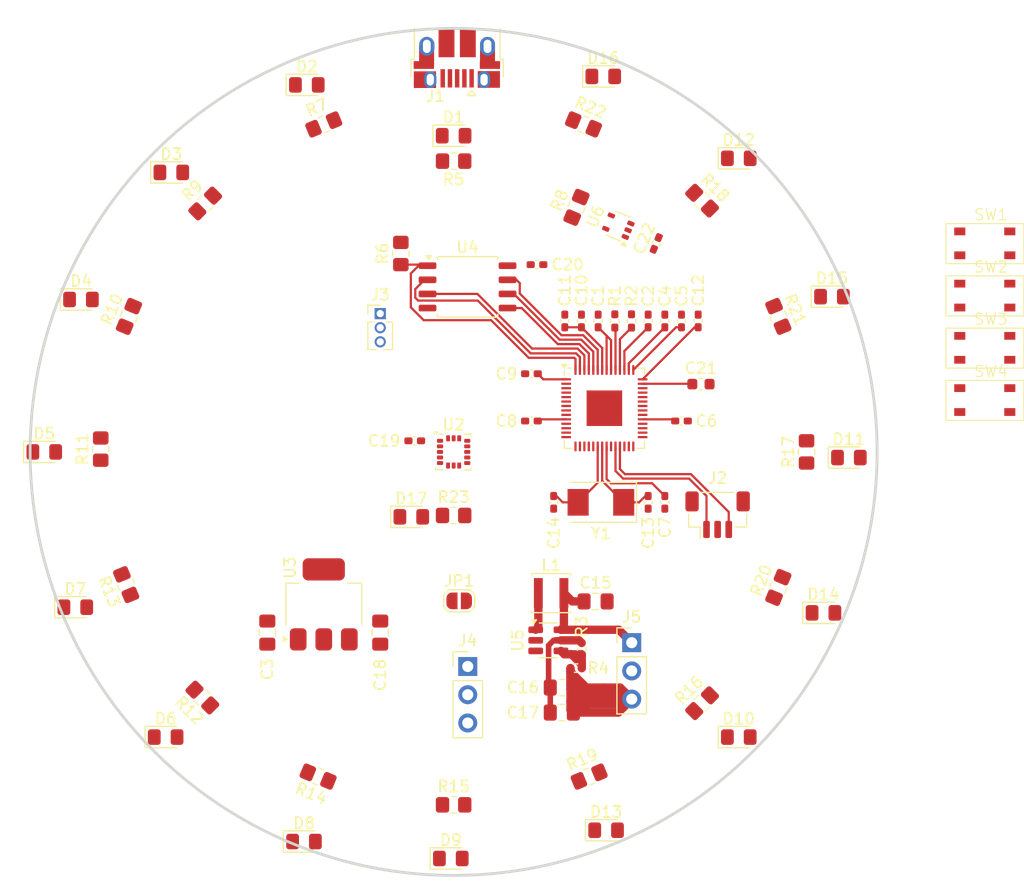
<source format=kicad_pcb>
(kicad_pcb (version 20240108) (generator "pcbnew") (generator_version "8.0")
  (layers (0 "F.Cu" signal) (1 "In1.Cu" signal) (2 "In2.Cu" signal) (31 "B.Cu" signal) (34 "B.Paste" user) (35 "F.Paste" user) (36 "B.SilkS" user "B.Silkscreen") (37 "F.SilkS" user "F.Silkscreen") (38 "B.Mask" user) (39 "F.Mask" user) (44 "Edge.Cuts" user))
  (net 0 "")
  (net 1 "+3V3")
  (net 2 "GND")
  (net 3 "+1V1")
  (net 4 "XTAL XOUT")
  (net 5 "XTAL XIN")
  (net 6 "+BATT")
  (net 7 "+5C")
  (net 8 "+5ish")
  (net 9 "TMP235 Out")
  (net 10 "Net-(U6-Vdd)")
  (net 11 "Net-(D1-A)")
  (net 12 "Net-(D2-A)")
  (net 13 "Net-(D3-A)")
  (net 14 "Net-(D4-A)")
  (net 15 "Net-(D5-A)")
  (net 16 "Net-(D6-A)")
  (net 17 "Net-(D7-A)")
  (net 18 "Net-(D8-A)")
  (net 19 "Net-(D9-A)")
  (net 20 "Net-(D10-A)")
  (net 21 "Net-(D11-A)")
  (net 22 "Net-(D12-A)")
  (net 23 "Net-(D13-A)")
  (net 24 "Net-(D14-A)")
  (net 25 "Net-(D15-A)")
  (net 26 "Net-(D16-A)")
  (net 27 "Net-(D17-A)")
  (net 29 "Net-(J1-D+)")
  (net 30 "Net-(J1-D-)")
  (net 31 "+5V")
  (net 32 "SWCLK")
  (net 33 "SWD")
  (net 34 "Net-(J3-Pin_1)")
  (net 35 "Net-(J3-Pin_3)")
  (net 37 "Net-(JP1-B)")
  (net 38 "Net-(U5-SW)")
  (net 39 "Net-(U1-USB_DP)")
  (net 40 "Net-(U1-USB_DM)")
  (net 41 "Net-(U5-V_{FB})")
  (net 42 "LED N")
  (net 43 "QSPI SS")
  (net 44 "LED NNW")
  (net 45 "LED NW")
  (net 46 "LED WNW")
  (net 47 "LED W")
  (net 48 "LED SW")
  (net 49 "LED WSW")
  (net 50 "LED SSW")
  (net 51 "LED S")
  (net 52 "LED SE")
  (net 53 "LED E")
  (net 54 "LED NE")
  (net 55 "LED SSE")
  (net 56 "LED ESE")
  (net 57 "LED ENE")
  (net 58 "LED NNE")
  (net 59 "LED MID")
  (net 60 "Net-(SW1-A)")
  (net 61 "BUTTON 1")
  (net 62 "BUTTON 2")
  (net 64 "I2C SDA")
  (net 66 "QSPI SD1")
  (net 67 "LIS3DH INT1")
  (net 69 "I2C SCL")
  (net 71 "QSPI SD3")
  (net 72 "LIS3DH INT2")
  (net 73 "QSPI SD0")
  (net 74 "QSPI SD2")
  (net 75 "QSPI SCLK")
  (footprint "Capacitor_SMD:C_0402_1005Metric_Pad0.74x0.62mm_HandSolder" (layer "F.Cu") (at 144.5 106.135 -90)
    (property "Reference" "C13")
    (property "Value" "27p")
  )
  (footprint "LED_SMD:LED_0805_2012Metric_Pad1.15x1.40mm_HandSolder" (layer "F.Cu") (at 101.6 76.454)
    (property "Reference" "D3")
    (property "Value" "Green LED")
  )
  (footprint "Capacitor_SMD:C_0402_1005Metric_Pad0.74x0.62mm_HandSolder" (layer "F.Cu") (at 144.5 89.8175 90)
    (property "Reference" "C2")
    (property "Value" "1u")
  )
  (footprint "Capacitor_SMD:C_0402_1005Metric_Pad0.74x0.62mm_HandSolder" (layer "F.Cu") (at 138.5 89.8175 90)
    (property "Reference" "C10")
    (property "Value" "100n")
  )
  (footprint "LED_SMD:LED_0805_2012Metric_Pad1.15x1.40mm_HandSolder" (layer "F.Cu") (at 101.092 127.254)
    (property "Reference" "D6")
    (property "Value" "Green LED")
  )
  (footprint "Resistor_SMD:R_0805_2012Metric_Pad1.20x1.40mm_HandSolder" (layer "F.Cu") (at 95.25 101.346 90)
    (property "Reference" "R11")
    (property "Value" "100")
  )
  (footprint "Package_SO:SOIC-8_5.23x5.23mm_P1.27mm" (layer "F.Cu") (at 128.25 86.75)
    (property "Reference" "U4")
    (property "Value" "W25Q128JVS")
  )
  (footprint "ChristmasOrnamentFootprints:PTS815 Series" (layer "F.Cu") (at 172.535 81.76)
    (property "Reference" "SW1")
    (property "Value" "PTS815" (hide yes))
  )
  (footprint "Resistor_SMD:R_0402_1005Metric" (layer "F.Cu") (at 138.52 119.3 -90)
    (property "Reference" "R3")
    (property "Value" "120k")
  )
  (footprint "Connector_JST:JST_SH_BM03B-SRSS-TB_1x03-1MP_P1.00mm_Vertical" (layer "F.Cu") (at 150.75 107.25)
    (property "Reference" "J2")
    (property "Value" "Conn_01x03")
  )
  (footprint "Resistor_SMD:R_0805_2012Metric_Pad1.20x1.40mm_HandSolder" (layer "F.Cu") (at 97.536 113.538 112.5)
    (property "Reference" "R13")
    (property "Value" "100")
  )
  (footprint "Capacitor_SMD:C_0402_1005Metric_Pad0.74x0.62mm_HandSolder" (layer "F.Cu") (at 123.5 100.6 180)
    (property "Reference" "C19")
    (property "Value" "1u")
  )
  (footprint "Resistor_SMD:R_0402_1005Metric" (layer "F.Cu") (at 138.02 121.05 180)
    (property "Reference" "R4")
    (property "Value" "12k")
  )
  (footprint "Capacitor_SMD:C_0402_1005Metric_Pad0.74x0.62mm_HandSolder" (layer "F.Cu") (at 134 94.5675 180)
    (property "Reference" "C9")
    (property "Value" "100n")
  )
  (footprint "Capacitor_SMD:C_0402_1005Metric_Pad0.74x0.62mm_HandSolder" (layer "F.Cu") (at 147.5 98.8175)
    (property "Reference" "C6")
    (property "Value" "100n")
  )
  (footprint "LED_SMD:LED_0805_2012Metric_Pad1.15x1.40mm_HandSolder" (layer "F.Cu") (at 113.538 136.652)
    (property "Reference" "D8")
    (property "Value" "Red LED")
  )
  (footprint "Package_TO_SOT_SMD:SOT-353_SC-70-5" (layer "F.Cu") (at 141.817705 81.291935 157.5)
    (property "Reference" "U6")
    (property "Value" "TMP235")
  )
  (footprint "ChristmasOrnamentFootprints:PTS815 Series" (layer "F.Cu") (at 172.535 95.86)
    (property "Reference" "SW4")
    (property "Value" "PTS815" (hide yes))
  )
  (footprint "Package_TO_SOT_SMD:SOT-23-6" (layer "F.Cu") (at 135.52 118.55)
    (property "Reference" "U5")
    (property "Value" "TLV61070ADBV")
  )
  (footprint "LED_SMD:LED_0805_2012Metric_Pad1.15x1.40mm_HandSolder" (layer "F.Cu") (at 92.964 115.57)
    (property "Reference" "D7")
    (property "Value" "Red LED")
  )
  (footprint "Capacitor_SMD:C_0805_2012Metric_Pad1.18x1.45mm_HandSolder" (layer "F.Cu") (at 120.396 117.856 90)
    (property "Reference" "C18")
    (property "Value" "10u")
  )
  (footprint "LED_SMD:LED_0805_2012Metric_Pad1.15x1.40mm_HandSolder" (layer "F.Cu") (at 140.462 67.818)
    (property "Reference" "D16")
    (property "Value" "Red LED")
  )
  (footprint "LED_SMD:LED_0805_2012Metric_Pad1.15x1.40mm_HandSolder" (layer "F.Cu") (at 152.654 127.254)
    (property "Reference" "D10")
    (property "Value" "Green LED")
  )
  (footprint "Inductor_SMD:L_Sunlord_SWPA3015S" (layer "F.Cu") (at 135.77 114.3 180)
    (property "Reference" "L1")
    (property "Value" "L_Small")
  )
  (footprint "Capacitor_SMD:C_0402_1005Metric_Pad0.74x0.62mm_HandSolder" (layer "F.Cu") (at 149 89.8175 90)
    (property "Reference" "C12")
    (property "Value" "1u")
  )
  (footprint "Capacitor_SMD:C_0805_2012Metric_Pad1.18x1.45mm_HandSolder" (layer "F.Cu") (at 136.7325 125.05)
    (property "Reference" "C17")
    (property "Value" "22u")
  )
  (footprint "LED_SMD:LED_0805_2012Metric_Pad1.15x1.40mm_HandSolder" (layer "F.Cu") (at 123.19 107.442)
    (property "Reference" "D17")
    (property "Value" "Red LED")
  )
  (footprint "Resistor_SMD:R_0805_2012Metric_Pad1.20x1.40mm_HandSolder" (layer "F.Cu") (at 149.352 78.994 -45)
    (property "Reference" "R18")
    (property "Value" "100")
  )
  (footprint "Resistor_SMD:R_0805_2012Metric_Pad1.20x1.40mm_HandSolder" (layer "F.Cu") (at 156.21 113.792 67.5)
    (property "Reference" "R20")
    (property "Value" "100")
  )
  (footprint "Resistor_SMD:R_0805_2012Metric_Pad1.20x1.40mm_HandSolder" (layer "F.Cu") (at 138.050684 79.59412 67.5)
    (property "Reference" "R8")
    (property "Value" "100")
  )
  (footprint "Resistor_SMD:R_0402_1005Metric_Pad0.72x0.64mm_HandSolder" (layer "F.Cu") (at 143 89.8175 -90)
    (property "Reference" "R2")
    (property "Value" "27.4")
  )
  (footprint "Package_DFN_QFN:QFN-56-1EP_7x7mm_P0.4mm_EP3.2x3.2mm" (layer "F.Cu") (at 140.5625 97.6675)
    (property "Reference" "U1" (hide yes))
    (property "Value" "RP2040")
  )
  (footprint "LED_SMD:LED_0805_2012Metric_Pad1.15x1.40mm_HandSolder" (layer "F.Cu") (at 140.716 135.636)
    (property "Reference" "D13")
    (property "Value" "Red LED")
  )
  (footprint "Resistor_SMD:R_0805_2012Metric_Pad1.20x1.40mm_HandSolder" (layer "F.Cu") (at 127 107.315)
    (property "Reference" "R23")
    (property "Value" "100")
  )
  (footprint "LED_SMD:LED_0805_2012Metric_Pad1.15x1.40mm_HandSolder" (layer "F.Cu") (at 113.792 68.58)
    (property "Reference" "D2")
    (property "Value" "Red LED")
  )
  (footprint "Resistor_SMD:R_0402_1005Metric_Pad0.72x0.64mm_HandSolder" (layer "F.Cu") (at 141.5 89.8175 -90)
    (property "Reference" "R1")
    (property "Value" "27.4")
  )
  (footprint "LED_SMD:LED_0805_2012Metric_Pad1.15x1.40mm_HandSolder" (layer "F.Cu") (at 152.654 75.184)
    (property "Reference" "D12")
    (property "Value" "Green LED")
  )
  (footprint "Package_LGA:LGA-16_3x3mm_P0.5mm_LayoutBorder3x5y" (layer "F.Cu") (at 127 101.6)
    (property "Reference" "U2")
    (property "Value" "LIS3DH")
  )
  (footprint "LED_SMD:LED_0805_2012Metric_Pad1.15x1.40mm_HandSolder" (layer "F.Cu") (at 90.17 101.6)
    (property "Reference" "D5")
    (property "Value" "Green LED")
  )
  (footprint "LED_SMD:LED_0805_2012Metric_Pad1.15x1.40mm_HandSolder" (layer "F.Cu") (at 127 73.152)
    (property "Reference" "D1")
    (property "Value" "Green LED")
  )
  (footprint "Capacitor_SMD:C_0402_1005Metric_Pad0.74x0.62mm_HandSolder" (layer "F.Cu") (at 134.5 84.75)
    (property "Reference" "C20")
    (property "Value" "1u")
  )
  (footprint "Jumper:SolderJumper-2_P1.3mm_Open_RoundedPad1.0x1.5mm" (layer "F.Cu") (at 127.5 115)
    (property "Reference" "JP1")
    (property "Value" "Jumper_2_Open")
  )
  (footprint "Capacitor_SMD:C_0402_1005Metric_Pad0.74x0.62mm_HandSolder" (layer "F.Cu") (at 136 106.135 -90)
    (property "Reference" "C14")
    (property "Value" "27p")
  )
  (footprint "Crystal:Crystal_SMD_Abracon_ABM3-2Pin_5.0x3.2mm" (layer "F.Cu") (at 140.25 106.135 180)
    (property "Reference" "Y1")
    (property "Value" "Crystal")
  )
  (footprint "Capacitor_SMD:C_0402_1005Metric_Pad0.74x0.62mm_HandSolder" (layer "F.Cu") (at 134 98.8175 180)
    (property "Reference" "C8")
    (property "Value" "100n")
  )
  (footprint "Resistor_SMD:R_0805_2012Metric_Pad1.20x1.40mm_HandSolder" (layer "F.Cu") (at 127 75.438 180)
    (property "Reference" "R5")
    (property "Value" "100")
  )
  (footprint "Resistor_SMD:R_0805_2012Metric_Pad1.20x1.40mm_HandSolder" (layer "F.Cu") (at 122.25 83.75 90)
    (property "Reference" "R6")
    (property "Value" "10k")
  )
  (footprint "Connector_PinHeader_2.54mm:PinHeader_1x03_P2.54mm_Vertical" (layer "F.Cu") (at 128.27 120.904)
    (property "Reference" "J4")
    (property "Value" "Conn_01x03")
  )
  (footprint "LED_SMD:LED_0805_2012Metric_Pad1.15x1.40mm_HandSolder" (layer "F.Cu") (at 162.56 102.108)
    (property "Reference" "D11")
    (property "Value" "Green LED")
  )
  (footprint "Connector_PinHeader_2.54mm:PinHeader_1x03_P2.54mm_Vertical" (layer "F.Cu") (at 143.02 118.76)
    (property "Reference" "J5")
    (property "Value" "Conn_01x03")
  )
  (footprint "Capacitor_SMD:C_0805_2012Metric_Pad1.18x1.45mm_HandSolder" (layer "F.Cu") (at 136.7325 122.8)
    (property "Reference" "C16")
    (property "Value" "22u")
  )
  (footprint "Resistor_SMD:R_0805_2012Metric_Pad1.20x1.40mm_HandSolder" (layer "F.Cu") (at 97.79 89.408 67.5)
    (property "Reference" "R10")
    (property "Value" "100")
  )
  (footprint "Resistor_SMD:R_0805_2012Metric_Pad1.20x1.40mm_HandSolder" (layer "F.Cu") (at 127 133.35)
    (property "Reference" "R15")
    (property "Value" "100")
  )
  (footprint "Capacitor_SMD:C_0805_2012Metric_Pad1.18x1.45mm_HandSolder" (layer "F.Cu") (at 110.236 117.856 90)
    (property "Reference" "C3")
    (property "Value" "10u")
  )
  (footprint "Resistor_SMD:R_0805_2012Metric_Pad1.20x1.40mm_HandSolder" (layer "F.Cu") (at 138.684 72.136 -22.5)
    (property "Reference" "R22")
    (property "Value" "100")
  )
  (footprint "Resistor_SMD:R_0805_2012Metric_Pad1.20x1.40mm_HandSolder" (layer "F.Cu") (at 149.352 124.206 45)
    (property "Reference" "R16")
    (property "Value" "100")
  )
  (footprint "Package_TO_SOT_SMD:SOT-223-3_TabPin2" (layer "F.Cu") (at 115.316 115.316 90)
    (property "Reference" "U3")
    (property "Value" "AMS1117-3.3")
  )
  (footprint "LED_SMD:LED_0805_2012Metric_Pad1.15x1.40mm_HandSolder" (layer "F.Cu") (at 93.472 87.884)
    (property "Reference" "D4")
    (property "Value" "Red LED")
  )
  (footprint "Resistor_SMD:R_0805_2012Metric_Pad1.20x1.40mm_HandSolder" (layer "F.Cu") (at 104.648 79.248 45)
    (property "Reference" "R9")
    (property "Value" "100")
  )
  (footprint "Resistor_SMD:R_0805_2012Metric_Pad1.20x1.40mm_HandSolder" (layer "F.Cu") (at 115.316 72.136 22.5)
    (property "Reference" "R7")
    (property "Value" "100")
  )
  (footprint "Capacitor_SMD:C_0402_1005Metric_Pad0.74x0.62mm_HandSolder" (layer "F.Cu") (at 146 89.8175 90)
    (property "Reference" "C4")
    (property "Value" "100n")
  )
  (footprint "LED_SMD:LED_0805_2012Metric_Pad1.15x1.40mm_HandSolder" (layer "F.Cu") (at 161.036 87.63)
    (property "Reference" "D15")
    (property "Value" "Red LED")
  )
  (footprint "Capacitor_SMD:C_0402_1005Metric_Pad0.74x0.62mm_HandSolder" (layer "F.Cu") (at 140 89.8175 90)
    (property "Reference" "C1")
    (property "Value" "100n")
  )
  (footprint "Capacitor_SMD:C_0805_2012Metric_Pad1.18x1.45mm_HandSolder" (layer "F.Cu") (at 139.77 115.05)
    (property "Reference" "C15")
    (property "Value" "22u")
  )
  (footprint "Resistor_SMD:R_0805_2012Metric_Pad1.20x1.40mm_HandSolder" (layer "F.Cu") (at 104.394 123.698 135)
    (property "Reference" "R12")
    (property "Value" "100")
  )
  (footprint "LED_SMD:LED_0805_2012Metric_Pad1.15x1.40mm_HandSolder" (layer "F.Cu") (at 126.746 138.176)
    (property "Reference" "D9")
    (property "Value" "Green LED")
  )
  (footprint "Capacitor_SMD:C_0603_1608Metric" (layer "F.Cu") (at 149.25 95.5)
    (property "Reference" "C21")
    (property "Value" "680p")
  )
  (footprint "Resistor_SMD:R_0805_2012Metric_Pad1.20x1.40mm_HandSolder" (layer "F.Cu") (at 158.75 101.6 90)
    (property "Reference" "R17")
    (property "Value" "100")
  )
  (footprint "Connector_PinHeader_1.27mm:PinHeader_1x03_P1.27mm_Vertical" (layer "F.Cu") (at 120.396 89.154)
    (property "Reference" "J3")
    (property "Value" "Conn_01x03")
  )
  (footprint "Connector_USB:USB_Micro-B_Amphenol_10103594-0001LF_Horizontal" (layer "F.Cu") (at 127.293001 66.225 180)
    (property "Reference" "J1")
    (property "Value" "USB_B_Micro")
  )
  (footprint "Capacitor_SMD:C_0402_1005Metric_Pad0.74x0.62mm_HandSolder" (layer "F.Cu") (at 147.5 89.8175 90)
    (property "Reference" "C5")
    (property "Value" "100n")
  )
  (footprint "Capacitor_SMD:C_0402_1005Metric_Pad0.74x0.62mm_HandSolder" (layer "F.Cu") (at 146 106.135 -90)
    (property "Reference" "C7")
    (property "Value" "100n")
  )
  (footprint "LED_SMD:LED_0805_2012Metric_Pad1.15x1.40mm_HandSolder" (layer "F.Cu") (at 160.274 116.078)
    (property "Reference" "D14")
    (property "Value" "Red LED")
  )
  (footprint "Capacitor_SMD:C_0402_1005Metric_Pad0.74x0.62mm_HandSolder" (layer "F.Cu") (at 145.228109 82.842034 67.5)
    (property "Reference" "C22")
    (property "Value" "1u")
  )
  (footprint "ChristmasOrnamentFootprints:PTS815 Series" (layer "F.Cu") (at 172.535 86.46)
    (property "Reference" "SW2")
    (property "Value" "PTS815" (hide yes))
  )
  (footprint "Resistor_SMD:R_0805_2012Metric_Pad1.20x1.40mm_HandSolder" (layer "F.Cu") (at 139.192 130.81 22.5)
    (property "Reference" "R19")
    (property "Value" "100")
  )
  (footprint "Capacitor_SMD:C_0402_1005Metric_Pad0.74x0.62mm_HandSolder" (layer "F.Cu") (at 137 89.8175 90)
    (property "Reference" "C11")
    (property "Value" "100n")
  )
  (footprint "Resistor_SMD:R_0805_2012Metric_Pad1.20x1.40mm_HandSolder" (layer "F.Cu") (at 114.808 130.81 157.5)
    (property "Reference" "R14")
    (property "Value" "100")
  )
  (footprint "Resistor_SMD:R_0805_2012Metric_Pad1.20x1.40mm_HandSolder" (layer "F.Cu") (at 156.21 89.408 -67.5)
    (property "Reference" "R21")
    (property "Value" "100")
  )
  (footprint "ChristmasOrnamentFootprints:PTS815 Series" (layer "F.Cu") (at 172.535 91.16)
    (property "Reference" "SW3")
    (property "Value" "PTS815" (hide yes))
  )
  (gr_circle (center 127 101.6) (end 165.1 101.6) (stroke (width 0.254)) (fill none) (layer "Edge.Cuts"))
  (segment (start 143.1625 94.23) (end 147.0075 90.385) (width 0.2) (layer "F.Cu") (net 1))
  (segment (start 140.7625 91.1475) (end 140 90.385) (width 0.2) (layer "F.Cu") (net 1))
  (segment (start 140.7625 104.031814) (end 141.149093 104.418407) (width 0.2) (layer "F.Cu") (net 1))
  (segment (start 142.7625 94.23) (end 142.7625 93.6225) (width 0.2) (layer "F.Cu") (net 1))
  (segment (start 137.125 95.0675) (end 135.0675 95.0675) (width 0.2) (layer "F.Cu") (net 1))
  (segment (start 144.850907 104.418407) (end 146 105.5675) (width 0.2) (layer "F.Cu") (net 1))
  (segment (start 142.7625 93.6225) (end 146 90.385) (width 0.2) (layer "F.Cu") (net 1))
  (segment (start 141.1625 94.23) (end 141.1625 91.5475) (width 0.2) (layer "F.Cu") (net 1))
  (segment (start 140.7625 94.23) (end 140.7625 91.1475) (width 0.2) (layer "F.Cu") (net 1))
  (segment (start 137.125 98.6675) (end 134.7175 98.6675) (width 0.2) (layer "F.Cu") (net 1))
  (segment (start 144 95.0675) (end 148.6825 90.385) (width 0.2) (layer "F.Cu") (net 1))
  (segment (start 134.7175 98.6675) (end 134.5675 98.8175) (width 0.2) (layer "F.Cu") (net 1))
  (segment (start 144 98.6675) (end 146.7825 98.6675) (width 0.2) (layer "F.Cu") (net 1))
  (segment (start 135.0675 95.0675) (end 134.5675 94.5675) (width 0.2) (layer "F.Cu") (net 1))
  (segment (start 141.149093 104.418407) (end 144.850907 104.418407) (width 0.2) (layer "F.Cu") (net 1))
  (segment (start 147.0075 90.385) (end 147.5 90.385) (width 0.2) (layer "F.Cu") (net 1))
  (segment (start 148.6825 90.385) (end 149 90.385) (width 0.2) (layer "F.Cu") (net 1))
  (segment (start 141.1625 91.5475) (end 140.7625 91.1475) (width 0.2) (layer "F.Cu") (net 1))
  (segment (start 146.7825 98.6675) (end 146.9325 98.8175) (width 0.2) (layer "F.Cu") (net 1))
  (segment (start 140.7625 101.105) (end 140.7625 104.031814) (width 0.2) (layer "F.Cu") (net 1))
  (segment (start 138.77 124.55) (end 139.895 123.425) (width 0.75) (layer "F.Cu") (net 2))
  (segment (start 142.375 123.195) (end 143.02 123.84) (width 0.75) (layer "F.Cu") (net 2))
  (segment (start 137.51 124.05) (end 138.6 124.05) (width 0.75) (layer "F.Cu") (net 2))
  (segment (start 140.52 122.8) (end 141.98 122.8) (width 0.75) (layer "F.Cu") (net 2))
  (segment (start 137.51 121.05) (end 137.51 124.05) (width 0.75) (layer "F.Cu") (net 2))
  (segment (start 139.77 123.84) (end 138.81 123.84) (width 0.75) (layer "F.Cu") (net 2))
  (segment (start 138.81 123.84) (end 137.77 124.88) (width 0.75) (layer "F.Cu") (net 2))
  (segment (start 138.73 122.8) (end 139.77 123.84) (width 0.75) (layer "F.Cu") (net 2))
  (segment (start 137.51 124.05) (end 137.51 124.79) (width 0.75) (layer "F.Cu") (net 2))
  (segment (start 141.81 125.05) (end 142.29 124.57) (width 0.75) (layer "F.Cu") (net 2))
  (segment (start 138.81 123.84) (end 137.77 122.8) (width 0.75) (layer "F.Cu") (net 2))
  (segment (start 139.02 124.3) (end 142.02 124.3) (width 0.75) (layer "F.Cu") (net 2))
  (segment (start 139.895 123.425) (end 140.52 122.8) (width 0.75) (layer "F.Cu") (net 2))
  (segment (start 138.73 122.593503) (end 138.73 122.8) (width 0.75) (layer "F.Cu") (net 2))
  (segment (start 137.77 124.88) (end 137.77 125.05) (width 0.75) (layer "F.Cu") (net 2))
  (segment (start 142.29 124.57) (end 143.02 123.84) (width 0.75) (layer "F.Cu") (net 2))
  (segment (start 137.77 122.8) (end 138.73 122.8) (width 0.75) (layer "F.Cu") (net 2))
  (segment (start 137.51 122.96) (end 138.6 124.05) (width 0.75) (layer "F.Cu") (net 2))
  (segment (start 138.77 124.55) (end 139.02 124.3) (width 0.75) (layer "F.Cu") (net 2))
  (segment (start 137.51 121.05) (end 137.51 121.373503) (width 0.75) (layer "F.Cu") (net 2))
  (segment (start 142.02 124.3) (end 142.29 124.57) (width 0.75) (layer "F.Cu") (net 2))
  (segment (start 137.77 122.8) (end 140.52 122.8) (width 0.75) (layer "F.Cu") (net 2))
  (segment (start 137.51 121.373503) (end 138.73 122.593503) (width 0.75) (layer "F.Cu") (net 2))
  (segment (start 138.6 124.05) (end 138.81 123.84) (width 0.75) (layer "F.Cu") (net 2))
  (segment (start 137.77 125.05) (end 141.81 125.05) (width 0.75) (layer "F.Cu") (net 2))
  (segment (start 140.125 123.195) (end 142.375 123.195) (width 0.75) (layer "F.Cu") (net 2))
  (segment (start 137.51 121.05) (end 137.51 122.96) (width 0.75) (layer "F.Cu") (net 2))
  (segment (start 137.77 125.05) (end 138.27 125.05) (width 0.75) (layer "F.Cu") (net 2))
  (segment (start 141.98 122.8) (end 142.375 123.195) (width 0.75) (layer "F.Cu") (net 2))
  (segment (start 143.02 123.84) (end 139.77 123.84) (width 0.75) (layer "F.Cu") (net 2))
  (segment (start 138.27 125.05) (end 138.77 124.55) (width 0.75) (layer "F.Cu") (net 2))
  (segment (start 137.51 124.79) (end 137.77 125.05) (width 0.75) (layer "F.Cu") (net 2))
  (segment (start 139.895 123.425) (end 140.125 123.195) (width 0.75) (layer "F.Cu") (net 2))
  (segment (start 137 90.385) (end 138.5 90.385) (width 0.2) (layer "F.Cu") (net 3))
  (segment (start 142.3625 92.5225) (end 144.5 90.385) (width 0.2) (layer "F.Cu") (net 3))
  (segment (start 140.3625 92.2475) (end 140.3625 94.23) (width 0.2) (layer "F.Cu") (net 3))
  (segment (start 142.3625 94.23) (end 142.3625 92.5225) (width 0.2) (layer "F.Cu") (net 3))
  (segment (start 138.5 90.385) (end 140.3625 92.2475) (width 0.2) (layer "F.Cu") (net 3))
  (segment (start 142.3 106.135) (end 140.3625 104.1975) (width 0.2) (layer "F.Cu") (net 4))
  (segment (start 140.3625 104.1975) (end 140.3625 101.105) (width 0.2) (layer "F.Cu") (net 4))
  (segment (start 143.6825 106.135) (end 142.3 106.135) (width 0.2) (layer "F.Cu") (net 4))
  (segment (start 144.25 105.5675) (end 143.6825 106.135) (width 0.2) (layer "F.Cu") (net 4))
  (segment (start 144.5 105.5675) (end 144.25 105.5675) (width 0.2) (layer "F.Cu") (net 4))
  (segment (start 138.2 106.135) (end 139.9625 104.3725) (width 0.2) (layer "F.Cu") (net 5))
  (segment (start 136.25 105.5675) (end 136.8175 106.135) (width 0.2) (layer "F.Cu") (net 5))
  (segment (start 136 105.5675) (end 136.25 105.5675) (width 0.2) (layer "F.Cu") (net 5))
  (segment (start 136.8175 106.135) (end 138.2 106.135) (width 0.2) (layer "F.Cu") (net 5))
  (segment (start 139.9625 104.3725) (end 139.9625 101.105) (width 0.2) (layer "F.Cu") (net 5))
  (segment (start 141.86 117.6) (end 143.02 118.76) (width 0.75) (layer "F.Cu") (net 6))
  (segment (start 136.6575 117.6) (end 141.86 117.6) (width 0.75) (layer "F.Cu") (net 6))
  (segment (start 137.67 115.05) (end 136.92 114.3) (width 0.75) (layer "F.Cu") (net 6))
  (segment (start 138.7325 115.05) (end 137.67 115.05) (width 0.75) (layer "F.Cu") (net 6))
  (segment (start 136.92 117.3375) (end 136.6575 117.6) (width 0.75) (layer "F.Cu") (net 6))
  (segment (start 136.92 114.3) (end 136.92 117.3375) (width 0.75) (layer "F.Cu") (net 6))
  (segment (start 135.545 122.65) (end 135.545 119.000001) (width 0.5) (layer "F.Cu") (net 7))
  (segment (start 135.695 125.05) (end 135.695 122.8) (width 0.5) (layer "F.Cu") (net 7))
  (segment (start 138.28 118.55) (end 136.6575 118.55) (width 0.75) (layer "F.Cu") (net 7))
  (segment (start 135.545 119.000001) (end 135.995001 118.55) (width 0.5) (layer "F.Cu") (net 7))
  (segment (start 135.695 122.8) (end 135.545 122.65) (width 0.5) (layer "F.Cu") (net 7))
  (segment (start 135.995001 118.55) (end 136.6575 118.55) (width 0.5) (layer "F.Cu") (net 7))
  (segment (start 138.52 118.79) (end 138.28 118.55) (width 0.75) (layer "F.Cu") (net 7))
  (segment (start 144 95.4675) (end 148.4425 95.4675) (width 0.2) (layer "F.Cu") (net 9))
  (segment (start 148.4425 95.4675) (end 148.475 95.5) (width 0.2) (layer "F.Cu") (net 9))
  (segment (start 149.75 105.565256) (end 148.184744 104) (width 0.2) (layer "F.Cu") (net 32))
  (segment (start 142.25 104) (end 141.5625 103.3125) (width 0.2) (layer "F.Cu") (net 32))
  (segment (start 149.75 108.575) (end 149.75 105.565256) (width 0.2) (layer "F.Cu") (net 32))
  (segment (start 141.5625 103.3125) (end 141.5625 101.105) (width 0.2) (layer "F.Cu") (net 32))
  (segment (start 148.184744 104) (end 142.25 104) (width 0.2) (layer "F.Cu") (net 32))
  (segment (start 148.35043 103.6) (end 142.415686 103.6) (width 0.2) (layer "F.Cu") (net 33))
  (segment (start 142.415686 103.6) (end 141.9625 103.146814) (width 0.2) (layer "F.Cu") (net 33))
  (segment (start 141.9625 103.146814) (end 141.9625 101.105) (width 0.2) (layer "F.Cu") (net 33))
  (segment (start 151.75 108.575) (end 151.75 106.99957) (width 0.2) (layer "F.Cu") (net 33))
  (segment (start 151.75 106.99957) (end 148.35043 103.6) (width 0.2) (layer "F.Cu") (net 33))
  (segment (start 134.62 114.3) (end 134.62 117.3625) (width 0.75) (layer "F.Cu") (net 38))
  (segment (start 134.62 117.3625) (end 134.3825 117.6) (width 0.75) (layer "F.Cu") (net 38))
  (segment (start 141.5625 94.23) (end 141.5625 90.4775) (width 0.2) (layer "F.Cu") (net 39))
  (segment (start 141.5625 90.4775) (end 141.5 90.415) (width 0.2) (layer "F.Cu") (net 39))
  (segment (start 141.9625 94.23) (end 141.9625 91.4525) (width 0.2) (layer "F.Cu") (net 40))
  (segment (start 141.9625 91.4525) (end 143 90.415) (width 0.2) (layer "F.Cu") (net 40))
  (segment (start 136.9675 119.81) (end 136.6575 119.5) (width 0.75) (layer "F.Cu") (net 41))
  (segment (start 138.52 119.81) (end 137.52 119.81) (width 0.75) (layer "F.Cu") (net 41))
  (segment (start 137.613503 119.81) (end 137.52 119.81) (width 0.75) (layer "F.Cu") (net 41))
  (segment (start 138.53 121.05) (end 138.53 120.726497) (width 0.75) (layer "F.Cu") (net 41))
  (segment (start 138.53 120.726497) (end 137.613503 119.81) (width 0.75) (layer "F.Cu") (net 41))
  (segment (start 138.53 121.05) (end 138.53 119.82) (width 0.75) (layer "F.Cu") (net 41))
  (segment (start 137.52 119.81) (end 136.9675 119.81) (width 0.75) (layer "F.Cu") (net 41))
  (segment (start 138.53 119.82) (end 138.52 119.81) (width 0.75) (layer "F.Cu") (net 41))
  (segment (start 130.373076 89.75) (end 133.754791 93.131715) (width 0.2) (layer "F.Cu") (net 43))
  (segment (start 133.754791 93.131715) (end 137.852599 93.131715) (width 0.2) (layer "F.Cu") (net 43))
  (segment (start 137.9625 93.241616) (end 137.9625 94.23) (width 0.2) (layer "F.Cu") (net 43))
  (segment (start 124.555 84.75) (end 124.65 84.845) (width 0.2) (layer "F.Cu") (net 43))
  (segment (start 137.852599 93.131715) (end 137.9625 93.241616) (width 0.2) (layer "F.Cu") (net 43))
  (segment (start 123.850001 84.845) (end 123.15 85.545001) (width 0.2) (layer "F.Cu") (net 43))
  (segment (start 122.25 84.75) (end 124.555 84.75) (width 0.2) (layer "F.Cu") (net 43))
  (segment (start 123.15 88.595552) (end 124.304448 89.75) (width 0.2) (layer "F.Cu") (net 43))
  (segment (start 123.15 85.545001) (end 123.15 88.595552) (width 0.2) (layer "F.Cu") (net 43))
  (segment (start 124.65 84.845) (end 123.850001 84.845) (width 0.2) (layer "F.Cu") (net 43))
  (segment (start 124.304448 89.75) (end 130.373076 89.75) (width 0.2) (layer "F.Cu") (net 43))
  (segment (start 123.809448 87.985) (end 123.55 87.725552) (width 0.2) (layer "F.Cu") (net 66))
  (segment (start 138.3625 94.23) (end 138.3625 93.07593) (width 0.2) (layer "F.Cu") (net 66))
  (segment (start 123.55 87.725552) (end 123.55 86.95) (width 0.2) (layer "F.Cu") (net 66))
  (segment (start 138.018285 92.731715) (end 133.920477 92.731715) (width 0.2) (layer "F.Cu") (net 66))
  (segment (start 123.55 86.95) (end 124.385 86.115) (width 0.2) (layer "F.Cu") (net 66))
  (segment (start 129.173762 87.985) (end 123.809448 87.985) (width 0.2) (layer "F.Cu") (net 66))
  (segment (start 138.3625 93.07593) (end 138.018285 92.731715) (width 0.2) (layer "F.Cu") (net 66))
  (segment (start 124.385 86.115) (end 124.65 86.115) (width 0.2) (layer "F.Cu") (net 66))
  (segment (start 133.920477 92.731715) (end 129.173762 87.985) (width 0.2) (layer "F.Cu") (net 66))
  (segment (start 132.95 87.350262) (end 132.95 86.415001) (width 0.2) (layer "F.Cu") (net 71))
  (segment (start 132.95 86.415001) (end 132.649999 86.115) (width 0.2) (layer "F.Cu") (net 71))
  (segment (start 139.9625 94.23) (end 139.9625 92.413186) (width 0.2) (layer "F.Cu") (net 71))
  (segment (start 136.700081 91.100343) (end 132.95 87.350262) (width 0.2) (layer "F.Cu") (net 71))
  (segment (start 138.649657 91.100343) (end 136.700081 91.100343) (width 0.2) (layer "F.Cu") (net 71))
  (segment (start 132.649999 86.115) (end 131.85 86.115) (width 0.2) (layer "F.Cu") (net 71))
  (segment (start 139.9625 92.413186) (end 138.649657 91.100343) (width 0.2) (layer "F.Cu") (net 71))
  (segment (start 133.123367 88.655) (end 131.85 88.655) (width 0.2) (layer "F.Cu") (net 73))
  (segment (start 139.1625 94.23) (end 139.1625 92.744558) (width 0.2) (layer "F.Cu") (net 73))
  (segment (start 139.1625 92.744558) (end 138.318285 91.900343) (width 0.2) (layer "F.Cu") (net 73))
  (segment (start 136.36871 91.900343) (end 133.123367 88.655) (width 0.2) (layer "F.Cu") (net 73))
  (segment (start 138.318285 91.900343) (end 136.36871 91.900343) (width 0.2) (layer "F.Cu") (net 73))
  (segment (start 129.139448 87.385) (end 134.054791 92.300343) (width 0.2) (layer "F.Cu") (net 74))
  (segment (start 124.65 87.385) (end 129.139448 87.385) (width 0.2) (layer "F.Cu") (net 74))
  (segment (start 138.7625 92.910244) (end 138.7625 94.23) (width 0.2) (layer "F.Cu") (net 74))
  (segment (start 134.054791 92.300343) (end 138.152599 92.300343) (width 0.2) (layer "F.Cu") (net 74))
  (segment (start 138.152599 92.300343) (end 138.7625 92.910244) (width 0.2) (layer "F.Cu") (net 74))
  (segment (start 136.142026 91.107974) (end 136.534396 91.500343) (width 0.2) (layer "F.Cu") (net 75))
  (segment (start 139.5625 92.578872) (end 139.5625 94.23) (width 0.2) (layer "F.Cu") (net 75))
  (segment (start 136.142026 91.107974) (end 132.419052 87.385) (width 0.2) (layer "F.Cu") (net 75))
  (segment (start 136.534396 91.500343) (end 138.483971 91.500343) (width 0.2) (layer "F.Cu") (net 75))
  (segment (start 138.483971 91.500343) (end 139.5625 92.578872) (width 0.2) (layer "F.Cu") (net 75))
  (segment (start 132.419052 87.385) (end 131.85 87.385) (width 0.2) (layer "F.Cu") (net 75))
)
</source>
